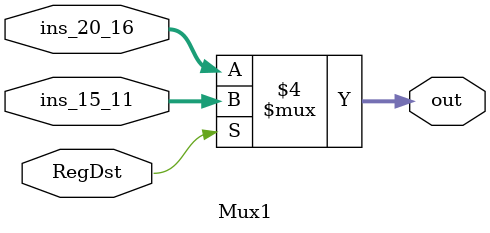
<source format=v>
`timescale 1ns / 1ps


module Mux1(input RegDst,input [4:0] ins_15_11,input [4:0] ins_20_16,output reg [4:0]out);
always@(RegDst or ins_15_11 or ins_20_16)begin
if(RegDst == 1'b0)begin out <= ins_20_16;end
else begin out<= ins_15_11;end
end
endmodule

</source>
